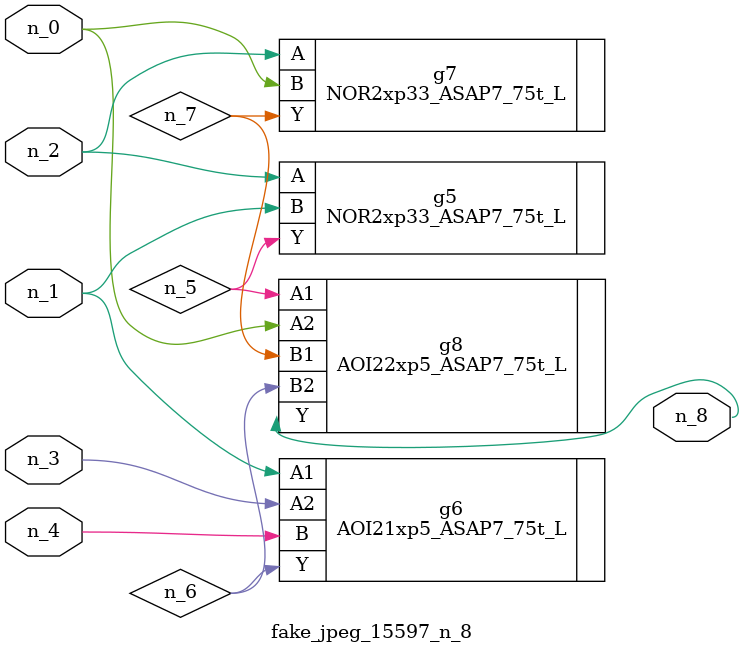
<source format=v>
module fake_jpeg_15597_n_8 (n_3, n_2, n_1, n_0, n_4, n_8);

input n_3;
input n_2;
input n_1;
input n_0;
input n_4;

output n_8;

wire n_6;
wire n_5;
wire n_7;

NOR2xp33_ASAP7_75t_L g5 ( 
.A(n_2),
.B(n_1),
.Y(n_5)
);

AOI21xp5_ASAP7_75t_L g6 ( 
.A1(n_1),
.A2(n_3),
.B(n_4),
.Y(n_6)
);

NOR2xp33_ASAP7_75t_L g7 ( 
.A(n_2),
.B(n_0),
.Y(n_7)
);

AOI22xp5_ASAP7_75t_L g8 ( 
.A1(n_5),
.A2(n_0),
.B1(n_7),
.B2(n_6),
.Y(n_8)
);


endmodule
</source>
